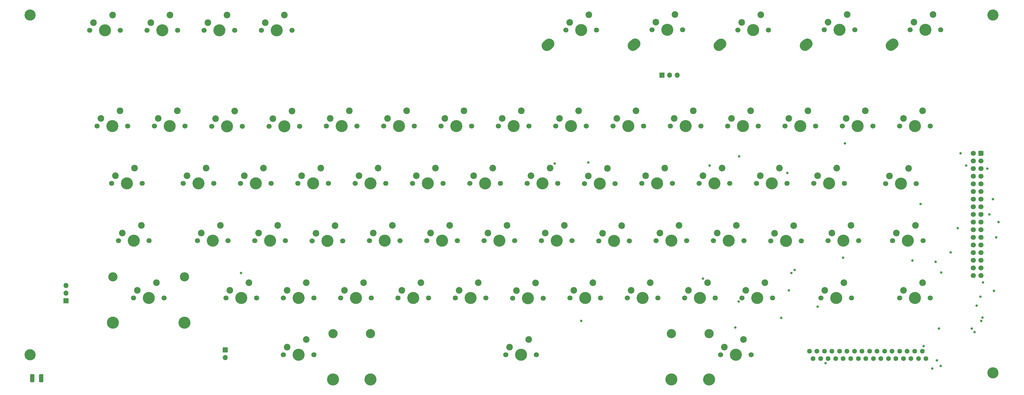
<source format=gts>
%TF.GenerationSoftware,KiCad,Pcbnew,5.1.9+dfsg1-1~bpo10+1*%
%TF.CreationDate,2021-04-05T15:42:07+02:00*%
%TF.ProjectId,A130XE_KB_MX,41313330-5845-45f4-9b42-5f4d582e6b69,2.0*%
%TF.SameCoordinates,Original*%
%TF.FileFunction,Soldermask,Top*%
%TF.FilePolarity,Negative*%
%FSLAX46Y46*%
G04 Gerber Fmt 4.6, Leading zero omitted, Abs format (unit mm)*
G04 Created by KiCad (PCBNEW 5.1.9+dfsg1-1~bpo10+1) date 2021-04-05 15:42:07*
%MOMM*%
%LPD*%
G01*
G04 APERTURE LIST*
%ADD10C,1.700000*%
%ADD11C,4.000000*%
%ADD12C,2.200000*%
%ADD13C,3.050000*%
%ADD14C,1.600000*%
%ADD15C,3.700000*%
%ADD16O,1.700000X1.700000*%
%ADD17R,1.700000X1.700000*%
%ADD18C,0.800000*%
G04 APERTURE END LIST*
G36*
G01*
X251232100Y-98870816D02*
X251998144Y-98228028D01*
G75*
G02*
X254463600Y-98443728I1124878J-1340578D01*
G01*
X254463600Y-98443728D01*
G75*
G02*
X254247900Y-100909184I-1340578J-1124878D01*
G01*
X253481856Y-101551972D01*
G75*
G02*
X251016400Y-101336272I-1124878J1340578D01*
G01*
X251016400Y-101336272D01*
G75*
G02*
X251232100Y-98870816I1340578J1124878D01*
G01*
G37*
D10*
X268880000Y-94970000D03*
X258720000Y-94970000D03*
D11*
X263800000Y-94970000D03*
D12*
X259990000Y-92430000D03*
X266340000Y-89890000D03*
G36*
G01*
X279782100Y-98900816D02*
X280548144Y-98258028D01*
G75*
G02*
X283013600Y-98473728I1124878J-1340578D01*
G01*
X283013600Y-98473728D01*
G75*
G02*
X282797900Y-100939184I-1340578J-1124878D01*
G01*
X282031856Y-101581972D01*
G75*
G02*
X279566400Y-101366272I-1124878J1340578D01*
G01*
X279566400Y-101366272D01*
G75*
G02*
X279782100Y-98900816I1340578J1124878D01*
G01*
G37*
D10*
X297430000Y-95000000D03*
X287270000Y-95000000D03*
D11*
X292350000Y-95000000D03*
D12*
X288540000Y-92460000D03*
X294890000Y-89920000D03*
G36*
G01*
X308432100Y-98870816D02*
X309198144Y-98228028D01*
G75*
G02*
X311663600Y-98443728I1124878J-1340578D01*
G01*
X311663600Y-98443728D01*
G75*
G02*
X311447900Y-100909184I-1340578J-1124878D01*
G01*
X310681856Y-101551972D01*
G75*
G02*
X308216400Y-101336272I-1124878J1340578D01*
G01*
X308216400Y-101336272D01*
G75*
G02*
X308432100Y-98870816I1340578J1124878D01*
G01*
G37*
D10*
X326080000Y-94970000D03*
X315920000Y-94970000D03*
D11*
X321000000Y-94970000D03*
D12*
X317190000Y-92430000D03*
X323540000Y-89890000D03*
G36*
G01*
X222642100Y-98900816D02*
X223408144Y-98258028D01*
G75*
G02*
X225873600Y-98473728I1124878J-1340578D01*
G01*
X225873600Y-98473728D01*
G75*
G02*
X225657900Y-100939184I-1340578J-1124878D01*
G01*
X224891856Y-101581972D01*
G75*
G02*
X222426400Y-101366272I-1124878J1340578D01*
G01*
X222426400Y-101366272D01*
G75*
G02*
X222642100Y-98900816I1340578J1124878D01*
G01*
G37*
D10*
X240290000Y-95000000D03*
X230130000Y-95000000D03*
D11*
X235210000Y-95000000D03*
D12*
X231400000Y-92460000D03*
X237750000Y-89920000D03*
G36*
G01*
X336982100Y-98870816D02*
X337748144Y-98228028D01*
G75*
G02*
X340213600Y-98443728I1124878J-1340578D01*
G01*
X340213600Y-98443728D01*
G75*
G02*
X339997900Y-100909184I-1340578J-1124878D01*
G01*
X339231856Y-101551972D01*
G75*
G02*
X336766400Y-101336272I-1124878J1340578D01*
G01*
X336766400Y-101336272D01*
G75*
G02*
X336982100Y-98870816I1340578J1124878D01*
G01*
G37*
D10*
X354630000Y-94970000D03*
X344470000Y-94970000D03*
D11*
X349550000Y-94970000D03*
D12*
X345740000Y-92430000D03*
X352090000Y-89890000D03*
D11*
X277700000Y-211220000D03*
D13*
X277700000Y-195980000D03*
X152700000Y-195980000D03*
D11*
X152700000Y-211220000D03*
D10*
X220240000Y-202980000D03*
X210080000Y-202980000D03*
D11*
X215160000Y-202980000D03*
D12*
X211350000Y-200440000D03*
X217700000Y-197900000D03*
D14*
X349750000Y-204250000D03*
X348500000Y-201750000D03*
X347250000Y-204250000D03*
X346000000Y-201750000D03*
X344750000Y-204250000D03*
X343500000Y-201750000D03*
X342250000Y-204250000D03*
X341000000Y-201750000D03*
X339750000Y-204250000D03*
X338500000Y-201750000D03*
X337250000Y-204250000D03*
X336000000Y-201750000D03*
X334750000Y-204250000D03*
X333500000Y-201750000D03*
X332250000Y-204250000D03*
X331000000Y-201750000D03*
X329750000Y-204250000D03*
X328500000Y-201750000D03*
X327250000Y-204250000D03*
X326000000Y-201750000D03*
X324750000Y-204250000D03*
X323500000Y-201750000D03*
X322250000Y-204250000D03*
X321000000Y-201750000D03*
X319750000Y-204250000D03*
X318500000Y-201750000D03*
X317250000Y-204250000D03*
X316000000Y-201750000D03*
X314750000Y-204250000D03*
X313500000Y-201750000D03*
X312250000Y-204250000D03*
X311000000Y-201750000D03*
D13*
X103360000Y-177080000D03*
X79560000Y-177080000D03*
D11*
X79560000Y-192320000D03*
X103360000Y-192320000D03*
D10*
X96540000Y-184080000D03*
X86380000Y-184080000D03*
D11*
X91460000Y-184080000D03*
D12*
X87650000Y-181540000D03*
X94000000Y-179000000D03*
D10*
X139040000Y-95080000D03*
X128880000Y-95080000D03*
D11*
X133960000Y-95080000D03*
D12*
X130150000Y-92540000D03*
X136500000Y-90000000D03*
D15*
X52000000Y-90000000D03*
D10*
X120040000Y-95080000D03*
X109880000Y-95080000D03*
D11*
X114960000Y-95080000D03*
D12*
X111150000Y-92540000D03*
X117500000Y-90000000D03*
D10*
X351140000Y-184080000D03*
X340980000Y-184080000D03*
D11*
X346060000Y-184080000D03*
D12*
X342250000Y-181540000D03*
X348600000Y-179000000D03*
D10*
X351190000Y-126980000D03*
X341030000Y-126980000D03*
D11*
X346110000Y-126980000D03*
D12*
X342300000Y-124440000D03*
X348650000Y-121900000D03*
D10*
X332140000Y-126980000D03*
X321980000Y-126980000D03*
D11*
X327060000Y-126980000D03*
D12*
X323250000Y-124440000D03*
X329600000Y-121900000D03*
D10*
X313090000Y-126980000D03*
X302930000Y-126980000D03*
D11*
X308010000Y-126980000D03*
D12*
X304200000Y-124440000D03*
X310550000Y-121900000D03*
D10*
X294040000Y-126980000D03*
X283880000Y-126980000D03*
D11*
X288960000Y-126980000D03*
D12*
X285150000Y-124440000D03*
X291500000Y-121900000D03*
D10*
X274990000Y-126980000D03*
X264830000Y-126980000D03*
D11*
X269910000Y-126980000D03*
D12*
X266100000Y-124440000D03*
X272450000Y-121900000D03*
D10*
X255940000Y-126980000D03*
X245780000Y-126980000D03*
D11*
X250860000Y-126980000D03*
D12*
X247050000Y-124440000D03*
X253400000Y-121900000D03*
D10*
X236890000Y-126980000D03*
X226730000Y-126980000D03*
D11*
X231810000Y-126980000D03*
D12*
X228000000Y-124440000D03*
X234350000Y-121900000D03*
D10*
X217840000Y-126980000D03*
X207680000Y-126980000D03*
D11*
X212760000Y-126980000D03*
D12*
X208950000Y-124440000D03*
X215300000Y-121900000D03*
D10*
X101040000Y-95080000D03*
X90880000Y-95080000D03*
D11*
X95960000Y-95080000D03*
D12*
X92150000Y-92540000D03*
X98500000Y-90000000D03*
D10*
X279740000Y-184130000D03*
X269580000Y-184130000D03*
D11*
X274660000Y-184130000D03*
D12*
X270850000Y-181590000D03*
X277200000Y-179050000D03*
D10*
X84440000Y-126980000D03*
X74280000Y-126980000D03*
D11*
X79360000Y-126980000D03*
D12*
X75550000Y-124440000D03*
X81900000Y-121900000D03*
D10*
X289290000Y-165080000D03*
X279130000Y-165080000D03*
D11*
X284210000Y-165080000D03*
D12*
X280400000Y-162540000D03*
X286750000Y-160000000D03*
D10*
X132090000Y-146030000D03*
X121930000Y-146030000D03*
D11*
X127010000Y-146030000D03*
D12*
X123200000Y-143490000D03*
X129550000Y-140950000D03*
D10*
X136890000Y-165080000D03*
X126730000Y-165080000D03*
D11*
X131810000Y-165080000D03*
D12*
X128000000Y-162540000D03*
X134350000Y-160000000D03*
D10*
X146390000Y-184130000D03*
X136230000Y-184130000D03*
D11*
X141310000Y-184130000D03*
D12*
X137500000Y-181590000D03*
X143850000Y-179050000D03*
D10*
X308290000Y-165130000D03*
X298130000Y-165130000D03*
D11*
X303210000Y-165130000D03*
D12*
X299400000Y-162590000D03*
X305750000Y-160050000D03*
D10*
X103540000Y-126980000D03*
X93380000Y-126980000D03*
D11*
X98460000Y-126980000D03*
D12*
X94650000Y-124440000D03*
X101000000Y-121900000D03*
D10*
X322590000Y-146030000D03*
X312430000Y-146030000D03*
D11*
X317510000Y-146030000D03*
D12*
X313700000Y-143490000D03*
X320050000Y-140950000D03*
D10*
X113090000Y-146030000D03*
X102930000Y-146030000D03*
D11*
X108010000Y-146030000D03*
D12*
X104200000Y-143490000D03*
X110550000Y-140950000D03*
D10*
X117790000Y-165080000D03*
X107630000Y-165080000D03*
D11*
X112710000Y-165080000D03*
D12*
X108900000Y-162540000D03*
X115250000Y-160000000D03*
D10*
X298790000Y-184130000D03*
X288630000Y-184130000D03*
D11*
X293710000Y-184130000D03*
D12*
X289900000Y-181590000D03*
X296250000Y-179050000D03*
D10*
X303540000Y-146030000D03*
X293380000Y-146030000D03*
D11*
X298460000Y-146030000D03*
D12*
X294650000Y-143490000D03*
X301000000Y-140950000D03*
D10*
X127340000Y-184130000D03*
X117180000Y-184130000D03*
D11*
X122260000Y-184130000D03*
D12*
X118450000Y-181590000D03*
X124800000Y-179050000D03*
D10*
X327390000Y-165080000D03*
X317230000Y-165080000D03*
D11*
X322310000Y-165080000D03*
D12*
X318500000Y-162540000D03*
X324850000Y-160000000D03*
D10*
X265440000Y-146030000D03*
X255280000Y-146030000D03*
D11*
X260360000Y-146030000D03*
D12*
X256550000Y-143490000D03*
X262900000Y-140950000D03*
D10*
X174990000Y-165080000D03*
X164830000Y-165080000D03*
D11*
X169910000Y-165080000D03*
D12*
X166100000Y-162540000D03*
X172450000Y-160000000D03*
D10*
X241640000Y-184130000D03*
X231480000Y-184130000D03*
D11*
X236560000Y-184130000D03*
D12*
X232750000Y-181590000D03*
X239100000Y-179050000D03*
D10*
X184490000Y-184130000D03*
X174330000Y-184130000D03*
D11*
X179410000Y-184130000D03*
D12*
X175600000Y-181590000D03*
X181950000Y-179050000D03*
D10*
X270240000Y-165080000D03*
X260080000Y-165080000D03*
D11*
X265160000Y-165080000D03*
D12*
X261350000Y-162540000D03*
X267700000Y-160000000D03*
D10*
X141640000Y-127000000D03*
X131480000Y-127000000D03*
D11*
X136560000Y-127000000D03*
D12*
X132750000Y-124460000D03*
X139100000Y-121920000D03*
D10*
X284490000Y-146030000D03*
X274330000Y-146030000D03*
D11*
X279410000Y-146030000D03*
D12*
X275600000Y-143490000D03*
X281950000Y-140950000D03*
D10*
X151140000Y-146030000D03*
X140980000Y-146030000D03*
D11*
X146060000Y-146030000D03*
D12*
X142250000Y-143490000D03*
X148600000Y-140950000D03*
D10*
X155930000Y-165100000D03*
X145770000Y-165100000D03*
D11*
X150850000Y-165100000D03*
D12*
X147040000Y-162560000D03*
X153390000Y-160020000D03*
D10*
X260690000Y-184130000D03*
X250530000Y-184130000D03*
D11*
X255610000Y-184130000D03*
D12*
X251800000Y-181590000D03*
X258150000Y-179050000D03*
D10*
X165440000Y-184130000D03*
X155280000Y-184130000D03*
D11*
X160360000Y-184130000D03*
D12*
X156550000Y-181590000D03*
X162900000Y-179050000D03*
D10*
X122580000Y-127000000D03*
X112420000Y-127000000D03*
D11*
X117500000Y-127000000D03*
D12*
X113690000Y-124460000D03*
X120040000Y-121920000D03*
D10*
X170190000Y-146030000D03*
X160030000Y-146030000D03*
D11*
X165110000Y-146030000D03*
D12*
X161300000Y-143490000D03*
X167650000Y-140950000D03*
D10*
X160690000Y-126980000D03*
X150530000Y-126980000D03*
D11*
X155610000Y-126980000D03*
D12*
X151800000Y-124440000D03*
X158150000Y-121900000D03*
D10*
X251160000Y-165100000D03*
X241000000Y-165100000D03*
D11*
X246080000Y-165100000D03*
D12*
X242270000Y-162560000D03*
X248620000Y-160020000D03*
D10*
X203540000Y-184130000D03*
X193380000Y-184130000D03*
D11*
X198460000Y-184130000D03*
D12*
X194650000Y-181590000D03*
X201000000Y-179050000D03*
D10*
X194040000Y-165080000D03*
X183880000Y-165080000D03*
D11*
X188960000Y-165080000D03*
D12*
X185150000Y-162540000D03*
X191500000Y-160000000D03*
D10*
X189240000Y-146030000D03*
X179080000Y-146030000D03*
D11*
X184160000Y-146030000D03*
D12*
X180350000Y-143490000D03*
X186700000Y-140950000D03*
D10*
X246410000Y-146050000D03*
X236250000Y-146050000D03*
D11*
X241330000Y-146050000D03*
D12*
X237520000Y-143510000D03*
X243870000Y-140970000D03*
D10*
X179740000Y-126980000D03*
X169580000Y-126980000D03*
D11*
X174660000Y-126980000D03*
D12*
X170850000Y-124440000D03*
X177200000Y-121900000D03*
D10*
X232140000Y-165080000D03*
X221980000Y-165080000D03*
D11*
X227060000Y-165080000D03*
D12*
X223250000Y-162540000D03*
X229600000Y-160000000D03*
D10*
X222590000Y-184180000D03*
X212430000Y-184180000D03*
D11*
X217510000Y-184180000D03*
D12*
X213700000Y-181640000D03*
X220050000Y-179100000D03*
D10*
X213090000Y-165080000D03*
X202930000Y-165080000D03*
D11*
X208010000Y-165080000D03*
D12*
X204200000Y-162540000D03*
X210550000Y-160000000D03*
D10*
X208290000Y-146030000D03*
X198130000Y-146030000D03*
D11*
X203210000Y-146030000D03*
D12*
X199400000Y-143490000D03*
X205750000Y-140950000D03*
D10*
X227340000Y-146030000D03*
X217180000Y-146030000D03*
D11*
X222260000Y-146030000D03*
D12*
X218450000Y-143490000D03*
X224800000Y-140950000D03*
D10*
X82040000Y-95080000D03*
X71880000Y-95080000D03*
D11*
X76960000Y-95080000D03*
D12*
X73150000Y-92540000D03*
X79500000Y-90000000D03*
D10*
X198790000Y-126980000D03*
X188630000Y-126980000D03*
D11*
X193710000Y-126980000D03*
D12*
X189900000Y-124440000D03*
X196250000Y-121900000D03*
D10*
X291640000Y-202980000D03*
X281480000Y-202980000D03*
D11*
X286560000Y-202980000D03*
D12*
X282750000Y-200440000D03*
X289100000Y-197900000D03*
D10*
X348790000Y-165080000D03*
X338630000Y-165080000D03*
D11*
X343710000Y-165080000D03*
D12*
X339900000Y-162540000D03*
X346250000Y-160000000D03*
D10*
X89330000Y-146000000D03*
X79170000Y-146000000D03*
D11*
X84250000Y-146000000D03*
D12*
X80440000Y-143460000D03*
X86790000Y-140920000D03*
D10*
X346540000Y-146080000D03*
X336380000Y-146080000D03*
D11*
X341460000Y-146080000D03*
D12*
X337650000Y-143540000D03*
X344000000Y-141000000D03*
D10*
X325040000Y-184080000D03*
X314880000Y-184080000D03*
D11*
X319960000Y-184080000D03*
D12*
X316150000Y-181540000D03*
X322500000Y-179000000D03*
D10*
X91580000Y-165000000D03*
X81420000Y-165000000D03*
D11*
X86500000Y-165000000D03*
D12*
X82690000Y-162460000D03*
X89040000Y-159920000D03*
D13*
X265160000Y-195980000D03*
X165160000Y-195980000D03*
D11*
X165160000Y-211220000D03*
X265160000Y-211220000D03*
D10*
X220240000Y-202980000D03*
X210080000Y-202980000D03*
D11*
X215160000Y-202980000D03*
D12*
X211350000Y-200440000D03*
X217700000Y-197900000D03*
G36*
G01*
X55037500Y-211825000D02*
X55037500Y-209675000D01*
G75*
G02*
X55287500Y-209425000I250000J0D01*
G01*
X56212500Y-209425000D01*
G75*
G02*
X56462500Y-209675000I0J-250000D01*
G01*
X56462500Y-211825000D01*
G75*
G02*
X56212500Y-212075000I-250000J0D01*
G01*
X55287500Y-212075000D01*
G75*
G02*
X55037500Y-211825000I0J250000D01*
G01*
G37*
G36*
G01*
X52062500Y-211825000D02*
X52062500Y-209675000D01*
G75*
G02*
X52312500Y-209425000I250000J0D01*
G01*
X53237500Y-209425000D01*
G75*
G02*
X53487500Y-209675000I0J-250000D01*
G01*
X53487500Y-211825000D01*
G75*
G02*
X53237500Y-212075000I-250000J0D01*
G01*
X52312500Y-212075000D01*
G75*
G02*
X52062500Y-211825000I0J250000D01*
G01*
G37*
D16*
X116900000Y-203940000D03*
D17*
X116900000Y-201400000D03*
D15*
X372000000Y-90000000D03*
X372000000Y-209000000D03*
X52000000Y-203000000D03*
D10*
X146340000Y-202980000D03*
X136180000Y-202980000D03*
D11*
X141260000Y-202980000D03*
D12*
X137450000Y-200440000D03*
X143800000Y-197900000D03*
D16*
X64000000Y-179920000D03*
X64000000Y-182460000D03*
D17*
X64000000Y-185000000D03*
D16*
X267080000Y-110000000D03*
X264540000Y-110000000D03*
D17*
X262000000Y-110000000D03*
D10*
X365460000Y-176640000D03*
X365460000Y-174100000D03*
X365460000Y-171560000D03*
X365460000Y-169020000D03*
X365460000Y-166480000D03*
X365460000Y-163940000D03*
X365460000Y-161400000D03*
X365460000Y-158860000D03*
X365460000Y-156320000D03*
X365460000Y-153780000D03*
X365460000Y-151240000D03*
X365460000Y-148700000D03*
X365460000Y-146160000D03*
X365460000Y-143620000D03*
X365460000Y-141080000D03*
X365460000Y-138540000D03*
X365460000Y-136000000D03*
X368000000Y-176640000D03*
X368000000Y-174100000D03*
X368000000Y-171560000D03*
X368000000Y-169020000D03*
X368000000Y-166480000D03*
X368000000Y-163940000D03*
X368000000Y-161400000D03*
X368000000Y-158860000D03*
X368000000Y-156320000D03*
X368000000Y-153780000D03*
X368000000Y-151240000D03*
X368000000Y-148700000D03*
X368000000Y-146160000D03*
X368000000Y-143620000D03*
X368000000Y-141080000D03*
X368000000Y-138540000D03*
G36*
G01*
X368850000Y-135400000D02*
X368850000Y-136600000D01*
G75*
G02*
X368600000Y-136850000I-250000J0D01*
G01*
X367400000Y-136850000D01*
G75*
G02*
X367150000Y-136600000I0J250000D01*
G01*
X367150000Y-135400000D01*
G75*
G02*
X367400000Y-135150000I250000J0D01*
G01*
X368600000Y-135150000D01*
G75*
G02*
X368850000Y-135400000I0J-250000D01*
G01*
G37*
D18*
X287521900Y-185238100D03*
X287688500Y-137011000D03*
X301621800Y-190673700D03*
X368547600Y-190589800D03*
X226376100Y-139399600D03*
X372325900Y-181705400D03*
X370160700Y-141080000D03*
X354808300Y-175625800D03*
X363098700Y-140054900D03*
X275602100Y-177669200D03*
X322809900Y-132725200D03*
X237520000Y-139062000D03*
X286400200Y-193947400D03*
X277832300Y-140054400D03*
X304191300Y-181590000D03*
X316367100Y-205764800D03*
X372028700Y-151240000D03*
X347932900Y-152883700D03*
X313718200Y-186968200D03*
X366540400Y-186634800D03*
X303678000Y-142500400D03*
X367835200Y-183661100D03*
X370824700Y-156352400D03*
X304986100Y-175759700D03*
X122178200Y-175759700D03*
X368059500Y-191685700D03*
X373846000Y-158860000D03*
X235156600Y-191690100D03*
X348984600Y-200105700D03*
X322229500Y-170706700D03*
X360328200Y-160885700D03*
X365000100Y-194218200D03*
X354054900Y-194218200D03*
X357929100Y-168930900D03*
X345236300Y-171611400D03*
X365896100Y-195419600D03*
X373118000Y-163940000D03*
X354633600Y-206667800D03*
X368671800Y-178903900D03*
X306125300Y-174759700D03*
X353326100Y-204802500D03*
X352919900Y-172063800D03*
X351812300Y-207539900D03*
X361208900Y-136000000D03*
M02*

</source>
